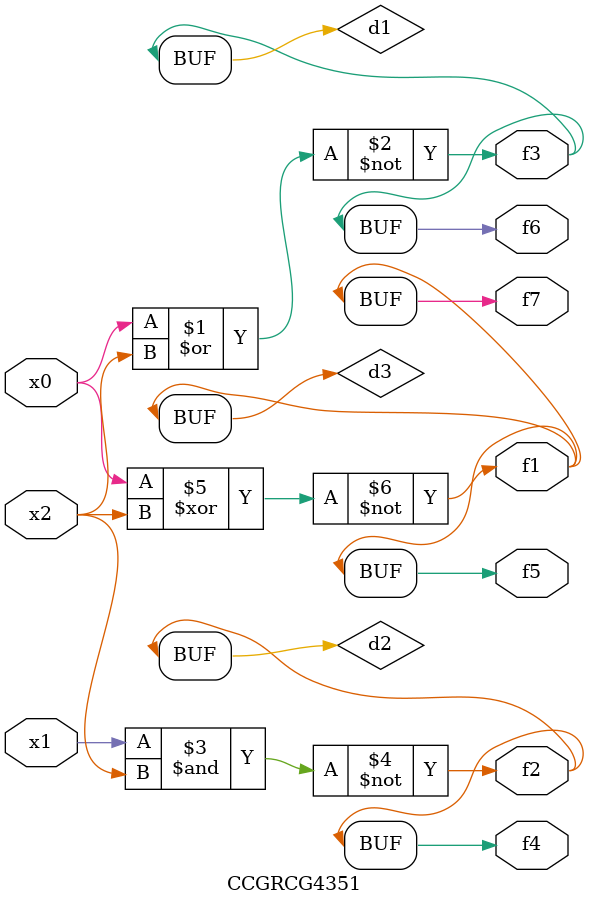
<source format=v>
module CCGRCG4351(
	input x0, x1, x2,
	output f1, f2, f3, f4, f5, f6, f7
);

	wire d1, d2, d3;

	nor (d1, x0, x2);
	nand (d2, x1, x2);
	xnor (d3, x0, x2);
	assign f1 = d3;
	assign f2 = d2;
	assign f3 = d1;
	assign f4 = d2;
	assign f5 = d3;
	assign f6 = d1;
	assign f7 = d3;
endmodule

</source>
